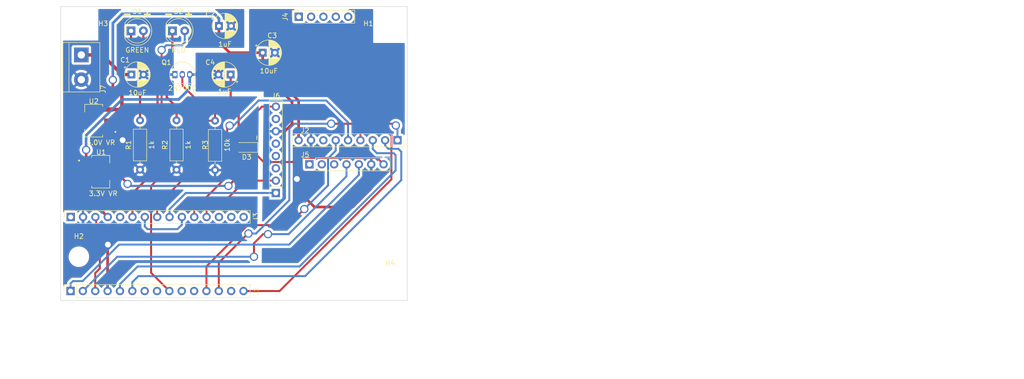
<source format=kicad_pcb>
(kicad_pcb (version 20211014) (generator pcbnew)
  (title_block (date "2022-05-27"))
  (layers (0 "F.Cu" signal) (31 "B.Cu" signal) (34 "B.Paste" user) (35 "F.Paste" user) (36 "B.SilkS" user "B.Silkscreen") (37 "F.SilkS" user "F.Silkscreen") (38 "B.Mask" user) (39 "F.Mask" user) (44 "Edge.Cuts" user))
  (net 0 "")
  (net 1 "/6V")
  (net 2 "GND")
  (net 3 "/5V")
  (net 4 "/MOSFET_GND")
  (net 5 "/3.3V")
  (net 6 "Net-(D1-Pad1)")
  (net 7 "LED_VERDE")
  (net 8 "Net-(D2-Pad1)")
  (net 9 "LED_ROJO")
  (net 10 "/3V")
  (net 11 "SCL")
  (net 12 "SDA")
  (net 13 "NRESET")
  (net 14 "MOSI")
  (net 15 "NSS")
  (net 20 "G0")
  (net 21 "RFM9x RST")
  (net 23 "MISO")
  (net 24 "SCK")
  (net 28 "Net-(J3-Pad10)")
  (net 29 "ENABLE")
  (net 30 "VGAS")
  (net 31 "VREF")
  (footprint "Connector_PinSocket_2.54mm:PinSocket_1x15_P2.54mm_Vertical" (layer "F.Cu") (at 81.788 115.062 90)
    (fp_text reference "J1" (at 0 38.1 90) (layer "F.SilkS"))
    (fp_text value "Conn_01x15_Female")
    (pad "1" thru_hole rect locked (at 0 0 90) (size 1.7 1.7) (drill 1) (layers *.Cu *.Mask) (net 11 "SCL"))
    (pad "2" thru_hole oval locked (at 0 2.54 90) (size 1.7 1.7) (drill 1) (layers *.Cu *.Mask) (net 12 "SDA"))
    (pad "3" thru_hole oval locked (at 0 5.08 90) (size 1.7 1.7) (drill 1) (layers *.Cu *.Mask) (net 13 "NRESET"))
    (pad "4" thru_hole oval locked (at 0 7.62 90) (size 1.7 1.7) (drill 1) (layers *.Cu *.Mask) (net 2 "GND"))
    (pad "5" thru_hole oval locked (at 0 10.16 90) (size 1.7 1.7) (drill 1) (layers *.Cu *.Mask) (net 14 "MOSI"))
    (pad "6" thru_hole oval locked (at 0 12.7 90) (size 1.7 1.7) (drill 1) (layers *.Cu *.Mask) (net 15 "NSS"))
    (pad "7" thru_hole oval locked (at 0 15.24 90) (size 1.7 1.7) (drill 1) (layers *.Cu *.Mask))
    (pad "8" thru_hole oval locked (at 0 17.78 90) (size 1.7 1.7) (drill 1) (layers *.Cu *.Mask))
    (pad "9" thru_hole oval locked (at 0 20.32 90) (size 1.7 1.7) (drill 1) (layers *.Cu *.Mask) (net 9 "LED_ROJO"))
    (pad "10" thru_hole oval locked (at 0 22.86 90) (size 1.7 1.7) (drill 1) (layers *.Cu *.Mask))
    (pad "11" thru_hole oval locked (at 0 25.4 90) (size 1.7 1.7) (drill 1) (layers *.Cu *.Mask))
    (pad "12" thru_hole oval locked (at 0 27.94 90) (size 1.7 1.7) (drill 1) (layers *.Cu *.Mask) (net 20 "G0"))
    (pad "13" thru_hole oval locked (at 0 30.48 90) (size 1.7 1.7) (drill 1) (layers *.Cu *.Mask) (net 21 "RFM9x RST"))
    (pad "14" thru_hole oval locked (at 0 33.02 90) (size 1.7 1.7) (drill 1) (layers *.Cu *.Mask))
    (pad "15" thru_hole oval locked (at 0 35.56 90) (size 1.7 1.7) (drill 1) (layers *.Cu *.Mask) (net 23 "MISO"))
  )
  (footprint "Connector_PinSocket_2.54mm:PinSocket_1x05_P2.54mm_Vertical" (layer "F.Cu") (at 128.7 58.6 90)
    (fp_text reference "J4" (at 0 -2.77 90) (layer "F.SilkS"))
    (fp_text value "Conn_01x05_Female")
    (pad "1" thru_hole rect locked (at 0 0 90) (size 1.7 1.7) (drill 1) (layers *.Cu *.Mask))
    (pad "2" thru_hole oval locked (at 0 2.54 90) (size 1.7 1.7) (drill 1) (layers *.Cu *.Mask))
    (pad "3" thru_hole oval locked (at 0 5.08 90) (size 1.7 1.7) (drill 1) (layers *.Cu *.Mask))
    (pad "4" thru_hole oval locked (at 0 7.62 90) (size 1.7 1.7) (drill 1) (layers *.Cu *.Mask))
    (pad "5" thru_hole oval locked (at 0 10.16 90) (size 1.7 1.7) (drill 1) (layers *.Cu *.Mask))
  )
  (footprint "Connector_PinSocket_2.54mm:PinSocket_1x08_P2.54mm_Vertical" (layer "F.Cu") (at 124 94.875 180)
    (fp_text reference "J6" (at 0 20) (layer "F.SilkS"))
    (fp_text value "Conn_01x08_Female")
    (pad "1" thru_hole rect locked (at 0 0 180) (size 1.7 1.7) (drill 1) (layers *.Cu *.Mask) (net 30 "VGAS"))
    (pad "2" thru_hole oval locked (at 0 2.54 180) (size 1.7 1.7) (drill 1) (layers *.Cu *.Mask) (net 31 "VREF"))
    (pad "3" thru_hole oval locked (at 0 5.08 180) (size 1.7 1.7) (drill 1) (layers *.Cu *.Mask))
    (pad "4" thru_hole oval locked (at 0 7.62 180) (size 1.7 1.7) (drill 1) (layers *.Cu *.Mask))
    (pad "5" thru_hole oval locked (at 0 10.16 180) (size 1.7 1.7) (drill 1) (layers *.Cu *.Mask))
    (pad "6" thru_hole oval locked (at 0 12.7 180) (size 1.7 1.7) (drill 1) (layers *.Cu *.Mask) (net 4 "/MOSFET_GND"))
    (pad "7" thru_hole oval locked (at 0 15.24 180) (size 1.7 1.7) (drill 1) (layers *.Cu *.Mask))
    (pad "8" thru_hole oval locked (at 0 17.78 180) (size 1.7 1.7) (drill 1) (layers *.Cu *.Mask) (net 10 "/3V"))
  )
  (footprint "Resistor_THT:R_Axial_DIN0207_L6.3mm_D2.5mm_P10.16mm_Horizontal" (layer "F.Cu") (at 111.5 80 -90)
    (fp_text reference "R3" (at 5 2 90) (layer "F.SilkS"))
    (fp_text value "10k" (at 5 -2.5 90) (layer "F.SilkS"))
    (pad "1" thru_hole circle locked (at 0 0 270) (size 1.6 1.6) (drill 0.8) (layers *.Cu *.Mask) (net 29 "ENABLE"))
    (pad "2" thru_hole oval locked (at 10.16 0 270) (size 1.6 1.6) (drill 0.8) (layers *.Cu *.Mask) (net 2 "GND"))
  )
  (footprint "MountingHole:MountingHole_3.2mm_M3" (layer "F.Cu") (at 147.5 60)
    (fp_text reference "H1" (at -4.5 0) (layer "F.SilkS"))
    (fp_text value "MountingHole")
    (pad "" np_thru_hole circle locked (at 0 0) (size 3.2 3.2) (drill 3.2) (layers *.Cu *.Mask))
  )
  (footprint "Resistor_THT:R_Axial_DIN0207_L6.3mm_D2.5mm_P10.16mm_Horizontal" (layer "F.Cu") (at 96.08 90.08 90)
    (fp_text reference "R1" (at 5.08 -2.37 90) (layer "F.SilkS"))
    (fp_text value "1k" (at 5.08 2.37 90) (layer "F.SilkS"))
    (pad "1" thru_hole circle locked (at 0 0 90) (size 1.6 1.6) (drill 0.8) (layers *.Cu *.Mask) (net 2 "GND"))
    (pad "2" thru_hole oval locked (at 10.16 0 90) (size 1.6 1.6) (drill 0.8) (layers *.Cu *.Mask) (net 6 "Net-(D1-Pad1)"))
  )
  (footprint "Capacitor_THT:CP_Radial_D5.0mm_P2.50mm" (layer "F.Cu") (at 114.705113 70.5 180)
    (fp_text reference "C4" (at 4.205113 2.5) (layer "F.SilkS"))
    (fp_text value "1uF" (at 1.25 -3.5) (layer "F.SilkS"))
    (pad "1" thru_hole rect locked (at 0 0 180) (size 1.6 1.6) (drill 0.8) (layers *.Cu *.Mask) (net 5 "/3.3V"))
    (pad "2" thru_hole circle locked (at 2.5 0 180) (size 1.6 1.6) (drill 0.8) (layers *.Cu *.Mask) (net 4 "/MOSFET_GND"))
  )
  (footprint "Connector_PinSocket_2.54mm:PinSocket_1x07_P2.54mm_Vertical" (layer "F.Cu") (at 130.9 88.975 90)
    (fp_text reference "J5" (at 1.975 -0.9 180) (layer "F.SilkS"))
    (fp_text value "Conn_01x07_Female")
    (pad "1" thru_hole rect locked (at 0 0 90) (size 1.7 1.7) (drill 1) (layers *.Cu *.Mask))
    (pad "2" thru_hole oval locked (at 0 2.54 90) (size 1.7 1.7) (drill 1) (layers *.Cu *.Mask))
    (pad "3" thru_hole oval locked (at 0 5.08 90) (size 1.7 1.7) (drill 1) (layers *.Cu *.Mask))
    (pad "4" thru_hole oval locked (at 0 7.62 90) (size 1.7 1.7) (drill 1) (layers *.Cu *.Mask) (net 12 "SDA"))
    (pad "5" thru_hole oval locked (at 0 10.16 90) (size 1.7 1.7) (drill 1) (layers *.Cu *.Mask) (net 11 "SCL"))
    (pad "6" thru_hole oval locked (at 0 12.7 90) (size 1.7 1.7) (drill 1) (layers *.Cu *.Mask) (net 4 "/MOSFET_GND"))
    (pad "7" thru_hole oval locked (at 0 15.24 90) (size 1.7 1.7) (drill 1) (layers *.Cu *.Mask) (net 10 "/3V"))
  )
  (footprint "MountingHole:MountingHole_3.2mm_M3" (layer "F.Cu") (at 83.5 108)
    (fp_text reference "H2" (at 0 -4.2) (layer "F.SilkS"))
    (fp_text value "MountingHole")
    (pad "" np_thru_hole circle locked (at 0 0) (size 3.2 3.2) (drill 3.2) (layers *.Cu *.Mask))
  )
  (footprint "TerminalBlock:TerminalBlock_bornier-2_P5.08mm" (layer "F.Cu") (at 84 66.46 -90)
    (fp_text reference "J7" (at 7.04 -4.5 90) (layer "F.SilkS"))
    (fp_text value "Screw_Terminal_01x02")
    (pad "1" thru_hole rect locked (at 0 0 270) (size 3 3) (drill 1.52) (layers *.Cu *.Mask) (net 1 "/6V"))
    (pad "2" thru_hole circle locked (at 5.08 0 270) (size 3 3) (drill 1.52) (layers *.Cu *.Mask) (net 2 "GND"))
  )
  (footprint "Package_TO_SOT_THT:TO-92_Inline" (layer "F.Cu") (at 103.5 70.5)
    (fp_text reference "Q1" (at -2 -2.5) (layer "F.SilkS"))
    (fp_text value "2N7000" (at 1.27 2.79) (layer "F.SilkS"))
    (pad "1" thru_hole rect (at -0.254 0) (size 1.05 1.5) (drill 0.75) (layers *.Cu *.Mask) (net 2 "GND"))
    (pad "2" thru_hole oval (at 1.27 0) (size 1.05 1.5) (drill 0.75) (layers *.Cu *.Mask) (net 29 "ENABLE"))
    (pad "3" thru_hole oval (at 2.794 0) (size 1.05 1.5) (drill 0.75) (layers *.Cu *.Mask) (net 4 "/MOSFET_GND"))
  )
  (footprint "Capacitor_THT:CP_Radial_D5.0mm_P2.50mm" (layer "F.Cu") (at 94.294888 70.5)
    (fp_text reference "C1" (at -1.294888 -3) (layer "F.SilkS"))
    (fp_text value "10uF" (at 1.25 3.75) (layer "F.SilkS"))
    (pad "1" thru_hole rect locked (at 0 0) (size 1.6 1.6) (drill 0.8) (layers *.Cu *.Mask) (net 1 "/6V"))
    (pad "2" thru_hole circle locked (at 2.5 0) (size 1.6 1.6) (drill 0.8) (layers *.Cu *.Mask) (net 2 "GND"))
  )
  (footprint "Capacitor_THT:CP_Radial_D5.0mm_P2.50mm" (layer "F.Cu") (at 112.294888 60.5)
    (fp_text reference "C2" (at -1.794888 -2.5) (layer "F.SilkS"))
    (fp_text value "1uF" (at 1.25 3.75) (layer "F.SilkS"))
    (pad "1" thru_hole rect locked (at 0 0) (size 1.6 1.6) (drill 0.8) (layers *.Cu *.Mask) (net 3 "/5V"))
    (pad "2" thru_hole circle locked (at 2.5 0) (size 1.6 1.6) (drill 0.8) (layers *.Cu *.Mask) (net 2 "GND"))
  )
  (footprint "Connector_PinSocket_2.54mm:PinSocket_1x15_P2.54mm_Vertical" (layer "F.Cu") (at 81.818 99.822 90)
    (fp_text reference "J3" (at 0 38.07 90) (layer "F.SilkS"))
    (fp_text value "Conn_01x15_Female")
    (pad "1" thru_hole rect locked (at 0 0 90) (size 1.7 1.7) (drill 1) (layers *.Cu *.Mask))
    (pad "2" thru_hole oval locked (at 0 2.54 90) (size 1.7 1.7) (drill 1) (layers *.Cu *.Mask) (net 2 "GND"))
    (pad "3" thru_hole oval locked (at 0 5.08 90) (size 1.7 1.7) (drill 1) (layers *.Cu *.Mask) (net 13 "NRESET"))
    (pad "4" thru_hole oval locked (at 0 7.62 90) (size 1.7 1.7) (drill 1) (layers *.Cu *.Mask) (net 3 "/5V"))
    (pad "5" thru_hole oval locked (at 0 10.16 90) (size 1.7 1.7) (drill 1) (layers *.Cu *.Mask))
    (pad "6" thru_hole oval locked (at 0 12.7 90) (size 1.7 1.7) (drill 1) (layers *.Cu *.Mask) (net 7 "LED_VERDE"))
    (pad "7" thru_hole oval locked (at 0 15.24 90) (size 1.7 1.7) (drill 1) (layers *.Cu *.Mask) (net 28 "Net-(J3-Pad10)"))
    (pad "8" thru_hole oval locked (at 0 17.78 90) (size 1.7 1.7) (drill 1) (layers *.Cu *.Mask) (net 29 "ENABLE"))
    (pad "9" thru_hole oval locked (at 0 20.32 90) (size 1.7 1.7) (drill 1) (layers *.Cu *.Mask) (net 30 "VGAS"))
    (pad "10" thru_hole oval locked (at 0 22.86 90) (size 1.7 1.7) (drill 1) (layers *.Cu *.Mask) (net 28 "Net-(J3-Pad10)"))
    (pad "11" thru_hole oval locked (at 0 25.4 90) (size 1.7 1.7) (drill 1) (layers *.Cu *.Mask) (net 24 "SCK"))
    (pad "12" thru_hole oval locked (at 0 27.94 90) (size 1.7 1.7) (drill 1) (layers *.Cu *.Mask) (net 31 "VREF"))
    (pad "13" thru_hole oval locked (at 0 30.48 90) (size 1.7 1.7) (drill 1) (layers *.Cu *.Mask))
    (pad "14" thru_hole oval locked (at 0 33.02 90) (size 1.7 1.7) (drill 1) (layers *.Cu *.Mask))
    (pad "15" thru_hole oval locked (at 0 35.56 90) (size 1.7 1.7) (drill 1) (layers *.Cu *.Mask))
  )
  (footprint "Diode_SMD:D_SOD-123" (layer "F.Cu") (at 118 85.5 180)
    (fp_text reference "D3" (at 0 -2) (layer "F.SilkS"))
    (fp_text value "MBR0520")
    (pad "1" smd rect locked (at -1.65 0 180) (size 0.9 1.2) (layers "F.Cu" "F.Paste" "F.Mask") (net 10 "/3V"))
    (pad "2" smd rect locked (at 1.65 0 180) (size 0.9 1.2) (layers "F.Cu" "F.Paste" "F.Mask") (net 5 "/3.3V"))
  )
  (footprint "LED_THT:LED_D5.0mm" (layer "F.Cu") (at 94.225 61.5)
    (fp_text reference "D1" (at 1.275 -4) (layer "F.SilkS"))
    (fp_text value "GREEN" (at 1.27 3.96) (layer "F.SilkS"))
    (pad "1" thru_hole rect locked (at 0 0) (size 1.8 1.8) (drill 0.9) (layers *.Cu *.Mask) (net 6 "Net-(D1-Pad1)"))
    (pad "2" thru_hole circle locked (at 2.54 0) (size 1.8 1.8) (drill 0.9) (layers *.Cu *.Mask) (net 7 "LED_VERDE"))
  )
  (footprint "MountingHole:MountingHole_3.2mm_M3" (layer "F.Cu") (at 147.5 113.5)
    (fp_text reference "H4" (at 0 -4.2) (layer "F.SilkS"))
    (fp_text value "MountingHole")
    (pad "" np_thru_hole circle locked (at 0 0) (size 3.2 3.2) (drill 3.2) (layers *.Cu *.Mask))
  )
  (footprint "Resistor_THT:R_Axial_DIN0207_L6.3mm_D2.5mm_P10.16mm_Horizontal" (layer "F.Cu") (at 103.58 90.08 90)
    (fp_text reference "R2" (at 5.08 -2.37 90) (layer "F.SilkS"))
    (fp_text value "1k" (at 5.08 2.37 90) (layer "F.SilkS"))
    (pad "1" thru_hole circle locked (at 0 0 90) (size 1.6 1.6) (drill 0.8) (layers *.Cu *.Mask) (net 2 "GND"))
    (pad "2" thru_hole oval locked (at 10.16 0 90) (size 1.6 1.6) (drill 0.8) (layers *.Cu *.Mask) (net 8 "Net-(D2-Pad1)"))
  )
  (footprint "Connector_PinSocket_2.54mm:PinSocket_1x09_P2.54mm_Vertical" (layer "F.Cu") (at 149 84.025 -90)
    (fp_text reference "J2" (at -2.025 19 180) (layer "F.SilkS"))
    (fp_text value "Conn_01x09_Female")
    (pad "1" thru_hole rect locked (at 0 0 270) (size 1.7 1.7) (drill 1) (layers *.Cu *.Mask) (net 21 "RFM9x RST"))
    (pad "2" thru_hole oval locked (at 0 2.54 270) (size 1.7 1.7) (drill 1) (layers *.Cu *.Mask) (net 15 "NSS"))
    (pad "3" thru_hole oval locked (at 0 5.08 270) (size 1.7 1.7) (drill 1) (layers *.Cu *.Mask) (net 14 "MOSI"))
    (pad "4" thru_hole oval locked (at 0 7.62 270) (size 1.7 1.7) (drill 1) (layers *.Cu *.Mask) (net 23 "MISO"))
    (pad "5" thru_hole oval locked (at 0 10.16 270) (size 1.7 1.7) (drill 1) (layers *.Cu *.Mask) (net 24 "SCK"))
    (pad "6" thru_hole oval locked (at 0 12.7 270) (size 1.7 1.7) (drill 1) (layers *.Cu *.Mask) (net 20 "G0"))
    (pad "7" thru_hole oval locked (at 0 15.24 270) (size 1.7 1.7) (drill 1) (layers *.Cu *.Mask))
    (pad "8" thru_hole oval locked (at 0 17.78 270) (size 1.7 1.7) (drill 1) (layers *.Cu *.Mask) (net 4 "/MOSFET_GND"))
    (pad "9" thru_hole oval locked (at 0 20.32 270) (size 1.7 1.7) (drill 1) (layers *.Cu *.Mask) (net 3 "/5V"))
  )
  (footprint "LED_THT:LED_D5.0mm" (layer "F.Cu") (at 102.725 61.5)
    (fp_text reference "D2" (at 1.275 -4) (layer "F.SilkS"))
    (fp_text value "RED" (at 1.27 3.96) (layer "F.SilkS"))
    (pad "1" thru_hole rect locked (at 0 0) (size 1.8 1.8) (drill 0.9) (layers *.Cu *.Mask) (net 8 "Net-(D2-Pad1)"))
    (pad "2" thru_hole circle locked (at 2.54 0) (size 1.8 1.8) (drill 0.9) (layers *.Cu *.Mask) (net 9 "LED_ROJO"))
  )
  (footprint "AZ1117EH-5.0TRG1 Voltage Regultator:SOT230P700X180-4N" (layer "F.Cu") (at 86.558 80 180)
    (fp_text reference "U2" (at 0 4) (layer "F.SilkS") (effects (font (size 1.000803 1.000803))))
    (fp_text value "5.0V VR" (at -1.442 -4.5) (layer "F.SilkS") (effects (font (size 1.000827 1.000827))))
    (pad "1" smd rect locked (at -3.075 -2.3) (size 1.86 0.9) (layers "F.Cu" "F.Paste" "F.Mask") (net 2 "GND"))
    (pad "2" smd rect locked (at -3.075 0) (size 1.86 0.9) (layers "F.Cu" "F.Paste" "F.Mask"))
    (pad "3" smd rect locked (at -3.075 2.3) (size 1.86 0.9) (layers "F.Cu" "F.Paste" "F.Mask") (net 1 "/6V"))
    (pad "4" smd rect locked (at 3.075 0 180) (size 1.86 3.19) (layers "F.Cu" "F.Paste" "F.Mask") (net 3 "/5V"))
  )
  (footprint "Capacitor_THT:CP_Radial_D5.0mm_P2.50mm" (layer "F.Cu") (at 121.294888 66)
    (fp_text reference "C3" (at 1.945912 -3.516) (layer "F.SilkS"))
    (fp_text value "10uF" (at 1.25 3.75) (layer "F.SilkS"))
    (pad "1" thru_hole rect locked (at 0 0) (size 1.6 1.6) (drill 0.8) (layers *.Cu *.Mask) (net 3 "/5V"))
    (pad "2" thru_hole circle locked (at 2.5 0) (size 1.6 1.6) (drill 0.8) (layers *.Cu *.Mask) (net 4 "/MOSFET_GND"))
  )
  (footprint "MountingHole:MountingHole_3.2mm_M3" (layer "F.Cu") (at 83.5 60)
    (fp_text reference "H3" (at 5 0) (layer "F.SilkS"))
    (fp_text value "MountingHole")
    (pad "" np_thru_hole circle locked (at 0 0) (size 3.2 3.2) (drill 3.2) (layers *.Cu *.Mask))
  )
  (footprint "AZ1117EH-3.3TRG1 Voltage Regulator:SOT230P700X180-4N" (layer "F.Cu") (at 88 90.5)
    (fp_text reference "U1" (at 0.075 -4) (layer "F.SilkS") (effects (font (size 1.000803 1.000803))))
    (fp_text value "3.3V VR" (at 0.5 4.5 180) (layer "F.SilkS") (effects (font (size 1.000827 1.000827))))
    (pad "1" smd rect locked (at -3.075 -2.3 180) (size 1.86 0.9) (layers "F.Cu" "F.Paste" "F.Mask") (net 4 "/MOSFET_GND"))
    (pad "2" smd rect locked (at -3.075 0 180) (size 1.86 0.9) (layers "F.Cu" "F.Paste" "F.Mask"))
    (pad "3" smd rect locked (at -3.075 2.3 180) (size 1.86 0.9) (layers "F.Cu" "F.Paste" "F.Mask") (net 3 "/5V"))
    (pad "4" smd rect locked (at 3.075 0) (size 1.86 3.19) (layers "F.Cu" "F.Paste" "F.Mask") (net 5 "/3.3V"))
  )
  (gr_line (start 151 117) (end 79.756 117) (layer "Edge.Cuts") (width 0.1))
  (gr_line (start 79.756 56.5) (end 79.756 117) (layer "Edge.Cuts") (width 0.1))
  (gr_line (start 151 56.5) (end 151 117) (layer "Edge.Cuts") (width 0.1))
  (gr_line (start 79.756 56.5) (end 151 56.5) (layer "Edge.Cuts") (width 0.1))
  (gr_text "-" (at 120 83.5 90) (layer "F.SilkS") (effects (font (size 1 1))))
  (gr_text "-  +" (at 95.495 58) (layer "F.SilkS") (effects (font (size 1.5 1.5) (thickness 0.3))))
  (gr_text "-  +" (at 104 58) (layer "F.SilkS") (effects (font (size 1.5 1.5) (thickness 0.3))))
  (segment (start 84 66.46) (end 88.304 66.46) (width 0.7) (layer "F.Cu") (net 1))
  (segment (start 92.344 70.5) (end 94.294888 70.5) (width 0.7) (layer "F.Cu") (net 1))
  (segment (start 92.344 77.1248) (end 92.344 70.5) (width 0.7) (layer "F.Cu") (net 1))
  (segment (start 91.7688 77.7) (end 92.344 77.1248) (width 0.7) (layer "F.Cu") (net 1))
  (segment (start 89.633 77.7) (end 91.7688 77.7) (width 0.7) (layer "F.Cu") (net 1))
  (segment (start 88.304 66.46) (end 92.344 70.5) (width 0.7) (layer "F.Cu") (net 1))
  (segment (start 90.8 82.3) (end 89.633 82.3) (width 0.55) (layer "F.Cu") (net 2))
  (segment (start 92.5 84) (end 90.8 82.3) (width 0.55) (layer "F.Cu") (net 2))
  (segment (start 89.408 105.5508) (end 89.408 115.062) (width 0.55) (layer "F.Cu") (net 2))
  (segment (start 89.4588 105.5) (end 89.408 105.5508) (width 0.55) (layer "F.Cu") (net 2))
  (via (at 92.5 84) (size 1.7) (drill 1.2) (layers "F.Cu" "B.Cu") (net 2))
  (via (at 89.4588 105.5) (size 1.7) (drill 1.2) (layers "F.Cu" "B.Cu") (net 2))
  (segment (start 85.0392 103.5558) (end 84.358 102.8746) (width 0.55) (layer "B.Cu") (net 2))
  (segment (start 87.757 103.5558) (end 85.0392 103.5558) (width 0.55) (layer "B.Cu") (net 2))
  (segment (start 103.5 70.5) (end 96.794888 70.5) (width 0.55) (layer "B.Cu") (net 2))
  (segment (start 89.4588 105.5) (end 89.4588 105.2576) (width 0.55) (layer "B.Cu") (net 2))
  (segment (start 89.4588 105.2576) (end 87.757 103.5558) (width 0.55) (layer "B.Cu") (net 2))
  (segment (start 84.358 102.8746) (end 84.358 99.822) (width 0.55) (layer "B.Cu") (net 2))
  (segment (start 112.294888 63.806288) (end 112.294888 60.5) (width 0.55) (layer "F.Cu") (net 3))
  (segment (start 90.484736 74.056464) (end 89.7382 74.803) (width 0.55) (layer "F.Cu") (net 3))
  (segment (start 128.68 75.8734) (end 121.294888 68.488288) (width 0.55) (layer "F.Cu") (net 3))
  (segment (start 128.68 84.025) (end 128.68 75.8734) (width 0.55) (layer "F.Cu") (net 3))
  (segment (start 89.438 99.822) (end 84.925 95.309) (width 0.55) (layer "F.Cu") (net 3))
  (segment (start 121.294888 66) (end 114.4886 66) (width 0.55) (layer "F.Cu") (net 3))
  (segment (start 84.925 92.8) (end 83.8 92.8) (width 0.55) (layer "F.Cu") (net 3))
  (segment (start 82 91) (end 82 83.5) (width 0.55) (layer "F.Cu") (net 3))
  (segment (start 83.483 82.017) (end 83.483 80) (width 0.55) (layer "F.Cu") (net 3))
  (segment (start 89.7382 74.803) (end 85.197 74.803) (width 0.55) (layer "F.Cu") (net 3))
  (segment (start 90.484736 71.6026) (end 90.484736 74.056464) (width 0.55) (layer "F.Cu") (net 3))
  (segment (start 84.925 95.309) (end 84.925 92.8) (width 0.55) (layer "F.Cu") (net 3))
  (segment (start 83.483 76.517) (end 83.483 80) (width 0.55) (layer "F.Cu") (net 3))
  (segment (start 121.294888 68.488288) (end 121.294888 66) (width 0.55) (layer "F.Cu") (net 3))
  (segment (start 83.8 92.8) (end 82 91) (width 0.55) (layer "F.Cu") (net 3))
  (segment (start 85.197 74.803) (end 83.483 76.517) (width 0.55) (layer "F.Cu") (net 3))
  (segment (start 114.4886 66) (end 112.294888 63.806288) (width 0.55) (layer "F.Cu") (net 3))
  (segment (start 82 83.5) (end 83.483 82.017) (width 0.55) (layer "F.Cu") (net 3))
  (via (at 90.484736 71.6026) (size 1.7) (drill 1.2) (layers "F.Cu" "B.Cu") (net 3))
  (segment (start 112.294888 58.954888) (end 112.294888 60.5) (width 0.55) (layer "B.Cu") (net 3))
  (segment (start 111.34 58) (end 112.294888 58.954888) (width 0.55) (layer "B.Cu") (net 3))
  (segment (start 90.484736 71.6026) (end 90.484736 59.908664) (width 0.55) (layer "B.Cu") (net 3))
  (segment (start 90.484736 59.908664) (end 92.3934 58) (width 0.55) (layer "B.Cu") (net 3))
  (segment (start 92.3934 58) (end 111.34 58) (width 0.55) (layer "B.Cu") (net 3))
  (segment (start 127.3302 80.6704) (end 127.3302 76.1238) (width 0.55) (layer "F.Cu") (net 4))
  (segment (start 113.3094 67.183) (end 112.205113 68.287287) (width 0.55) (layer "F.Cu") (net 4))
  (segment (start 131.9276 97.7646) (end 139.8016 97.7646) (width 0.55) (layer "F.Cu") (net 4))
  (segment (start 112.205113 68.287287) (end 112.205113 70.5) (width 0.55) (layer "F.Cu") (net 4))
  (segment (start 128.3208 94.1578) (end 131.9276 97.7646) (width 0.55) (layer "F.Cu") (net 4))
  (segment (start 143.6 93.9662) (end 143.6 88.975) (width 0.55) (layer "F.Cu") (net 4))
  (segment (start 85 86) (end 85 88.125) (width 0.55) (layer "F.Cu") (net 4))
  (segment (start 127.3302 76.1238) (end 118.3894 67.183) (width 0.55) (layer "F.Cu") (net 4))
  (segment (start 128.3208 92) (end 128.3208 94.1578) (width 0.55) (layer "F.Cu") (net 4))
  (segment (start 118.3894 67.183) (end 113.3094 67.183) (width 0.55) (layer "F.Cu") (net 4))
  (segment (start 124 82.175) (end 125.8256 82.175) (width 0.55) (layer "F.Cu") (net 4))
  (segment (start 85 88.125) (end 84.925 88.2) (width 0.55) (layer "F.Cu") (net 4))
  (segment (start 125.8256 82.175) (end 127.3302 80.6704) (width 0.55) (layer "F.Cu") (net 4))
  (segment (start 139.8016 97.7646) (end 143.6 93.9662) (width 0.55) (layer "F.Cu") (net 4))
  (via (at 85 86) (size 1.7) (drill 1.2) (layers "F.Cu" "B.Cu") (net 4))
  (via (at 128.3208 92) (size 1.7) (drill 1.2) (layers "F.Cu" "B.Cu") (net 4))
  (segment (start 104.0384 75.6158) (end 106.294 73.3602) (width 0.55) (layer "B.Cu") (net 4))
  (segment (start 131.22 85.5436) (end 131.22 84.025) (width 0.55) (layer "B.Cu") (net 4))
  (segment (start 128.3208 92) (end 128.3208 86.9188) (width 0.55) (layer "B.Cu") (net 4))
  (segment (start 106.294 70.5) (end 112.205113 70.5) (width 0.55) (layer "B.Cu") (net 4))
  (segment (start 128.3208 86.9188) (end 128.905 86.3346) (width 0.55) (layer "B.Cu") (net 4))
  (segment (start 85 86) (end 85 83) (width 0.55) (layer "B.Cu") (net 4))
  (segment (start 130.429 86.3346) (end 131.22 85.5436) (width 0.55) (layer "B.Cu") (net 4))
  (segment (start 106.294 73.3602) (end 106.294 70.5) (width 0.55) (layer "B.Cu") (net 4))
  (segment (start 128.905 86.3346) (end 130.429 86.3346) (width 0.55) (layer "B.Cu") (net 4))
  (segment (start 85 83) (end 92.3842 75.6158) (width 0.55) (layer "B.Cu") (net 4))
  (segment (start 92.3842 75.6158) (end 104.0384 75.6158) (width 0.55) (layer "B.Cu") (net 4))
  (segment (start 93.5 92.925) (end 91.075 90.5) (width 0.45) (layer "F.Cu") (net 5))
  (segment (start 93.5 93) (end 93.5 92.925) (width 0.45) (layer "F.Cu") (net 5))
  (segment (start 116.35 78.35) (end 116.35 85.5) (width 0.45) (layer "F.Cu") (net 5))
  (segment (start 114.705113 70.5) (end 114.705113 76.705113) (width 0.45) (layer "F.Cu") (net 5))
  (segment (start 114.705113 76.705113) (end 116.35 78.35) (width 0.45) (layer "F.Cu") (net 5))
  (segment (start 116.35 91.3204) (end 114.2492 93.4212) (width 0.45) (layer "F.Cu") (net 5))
  (segment (start 116.35 85.5) (end 116.35 91.3204) (width 0.45) (layer "F.Cu") (net 5))
  (via (at 114.2492 93.4212) (size 1.7) (drill 1.2) (layers "F.Cu" "B.Cu") (net 5))
  (via (at 93.5 93) (size 1.7) (drill 1.2) (layers "F.Cu" "B.Cu") (net 5))
  (segment (start 93.5 93) (end 93.9212 93.4212) (width 0.45) (layer "B.Cu") (net 5))
  (segment (start 93.9212 93.4212) (end 114.2492 93.4212) (width 0.45) (layer "B.Cu") (net 5))
  (segment (start 94.225 64.4562) (end 94.225 61.5) (width 0.45) (layer "F.Cu") (net 6))
  (segment (start 96.08 74.862) (end 98.806 72.136) (width 0.45) (layer "F.Cu") (net 6))
  (segment (start 98.806 69.0372) (end 94.225 64.4562) (width 0.45) (layer "F.Cu") (net 6))
  (segment (start 96.08 79.92) (end 96.08 74.862) (width 0.45) (layer "F.Cu") (net 6))
  (segment (start 98.806 72.136) (end 98.806 69.0372) (width 0.45) (layer "F.Cu") (net 6))
  (segment (start 94.518 94.9406) (end 94.518 99.822) (width 0.45) (layer "F.Cu") (net 7))
  (segment (start 99.6696 67.818) (end 99.6696 89.789) (width 0.45) (layer "F.Cu") (net 7))
  (segment (start 96.765 64.9134) (end 96.765 61.5) (width 0.45) (layer "F.Cu") (net 7))
  (segment (start 96.765 64.9134) (end 99.6696 67.818) (width 0.45) (layer "F.Cu") (net 7))
  (segment (start 99.6696 89.789) (end 94.518 94.9406) (width 0.45) (layer "F.Cu") (net 7))
  (segment (start 102.725 66.5152) (end 101.5746 67.6656) (width 0.45) (layer "F.Cu") (net 8))
  (segment (start 103.58 77.1894) (end 103.58 79.92) (width 0.45) (layer "F.Cu") (net 8))
  (segment (start 101.5746 75.184) (end 103.58 77.1894) (width 0.45) (layer "F.Cu") (net 8))
  (segment (start 101.5746 67.6656) (end 101.5746 75.184) (width 0.45) (layer "F.Cu") (net 8))
  (segment (start 102.725 66.5152) (end 102.725 61.5) (width 0.45) (layer "F.Cu") (net 8))
  (segment (start 100.5078 91.2622) (end 98.348489 93.421511) (width 0.4) (layer "F.Cu") (net 9))
  (segment (start 100.5078 65.4304) (end 100.5078 91.2622) (width 0.4) (layer "F.Cu") (net 9))
  (segment (start 98.348489 93.421511) (end 98.348489 111.302489) (width 0.4) (layer "F.Cu") (net 9))
  (segment (start 98.348489 111.302489) (end 102.108 115.062) (width 0.4) (layer "F.Cu") (net 9))
  (via (at 100.5078 65.4304) (size 1.7) (drill 1.2) (layers "F.Cu" "B.Cu") (net 9))
  (segment (start 101.473 64.4652) (end 104.6988 64.4652) (width 0.4) (layer "B.Cu") (net 9))
  (segment (start 104.6988 64.4652) (end 105.265 63.899) (width 0.4) (layer "B.Cu") (net 9))
  (segment (start 105.265 63.899) (end 105.265 61.5) (width 0.4) (layer "B.Cu") (net 9))
  (segment (start 100.5078 65.4304) (end 101.473 64.4652) (width 0.4) (layer "B.Cu") (net 9))
  (segment (start 119.65 86.6554) (end 121.499111 88.504511) (width 0.4) (layer "F.Cu") (net 10))
  (segment (start 124 77.095) (end 121.152 77.095) (width 0.4) (layer "F.Cu") (net 10))
  (segment (start 144.8204 87.6554) (end 146.14 88.975) (width 0.4) (layer "F.Cu") (net 10))
  (segment (start 121.152 77.095) (end 119.65 78.597) (width 0.4) (layer "F.Cu") (net 10))
  (segment (start 119.65 85.5) (end 119.65 86.6554) (width 0.4) (layer "F.Cu") (net 10))
  (segment (start 119.65 78.597) (end 119.65 85.5) (width 0.4) (layer "F.Cu") (net 10))
  (segment (start 127.418787 88.504511) (end 128.267898 87.6554) (width 0.4) (layer "F.Cu") (net 10))
  (segment (start 121.499111 88.504511) (end 127.418787 88.504511) (width 0.4) (layer "F.Cu") (net 10))
  (segment (start 128.267898 87.6554) (end 144.8204 87.6554) (width 0.4) (layer "F.Cu") (net 10))
  (segment (start 126.7322 105.5) (end 141.06 91.1722) (width 0.4) (layer "B.Cu") (net 11))
  (segment (start 91.7818 105.5) (end 126.7322 105.5) (width 0.4) (layer "B.Cu") (net 11))
  (segment (start 141.06 91.1722) (end 141.06 88.975) (width 0.4) (layer "B.Cu") (net 11))
  (segment (start 81.788 113.5126) (end 82.2706 113.03) (width 0.4) (layer "B.Cu") (net 11))
  (segment (start 81.788 115.062) (end 81.788 113.5126) (width 0.4) (layer "B.Cu") (net 11))
  (segment (start 84.2518 113.03) (end 91.7818 105.5) (width 0.4) (layer "B.Cu") (net 11))
  (segment (start 82.2706 113.03) (end 84.2518 113.03) (width 0.4) (layer "B.Cu") (net 11))
  (segment (start 119.5 105.2138) (end 121.3612 103.3526) (width 0.4) (layer "F.Cu") (net 12))
  (segment (start 119.5 108) (end 119.5 105.2138) (width 0.4) (layer "F.Cu") (net 12))
  (segment (start 121.3612 103.3526) (end 122.3772 103.3526) (width 0.4) (layer "F.Cu") (net 12))
  (via (at 122.3772 103.3526) (size 1.7) (drill 1.2) (layers "F.Cu" "B.Cu") (net 12))
  (via (at 119.5 108) (size 1.7) (drill 1.2) (layers "F.Cu" "B.Cu") (net 12))
  (segment (start 126.9746 102.997) (end 126.619 103.3526) (width 0.4) (layer "B.Cu") (net 12))
  (segment (start 138.52 91.4516) (end 126.9746 102.997) (width 0.4) (layer "B.Cu") (net 12))
  (segment (start 138.52 88.975) (end 138.52 91.4516) (width 0.4) (layer "B.Cu") (net 12))
  (segment (start 126.619 103.3526) (end 122.3772 103.3526) (width 0.4) (layer "B.Cu") (net 12))
  (segment (start 119.5 108) (end 91.39 108) (width 0.4) (layer "B.Cu") (net 12))
  (segment (start 91.39 108) (end 84.328 115.062) (width 0.4) (layer "B.Cu") (net 12))
  (segment (start 87.0712 103.2002) (end 87.0712 99.9952) (width 0.4) (layer "F.Cu") (net 13))
  (segment (start 87.8078 110.4138) (end 87.8078 103.9368) (width 0.4) (layer "F.Cu") (net 13))
  (segment (start 86.868 111.3536) (end 87.8078 110.4138) (width 0.4) (layer "F.Cu") (net 13))
  (segment (start 87.0712 99.9952) (end 86.898 99.822) (width 0.4) (layer "F.Cu") (net 13))
  (segment (start 87.8078 103.9368) (end 87.0712 103.2002) (width 0.4) (layer "F.Cu") (net 13))
  (segment (start 86.868 115.062) (end 86.868 111.3536) (width 0.4) (layer "F.Cu") (net 13))
  (segment (start 143.92 85.8302) (end 143.92 84.025) (width 0.4) (layer "B.Cu") (net 14))
  (segment (start 95.5876 110) (end 128.8616 110) (width 0.4) (layer "B.Cu") (net 14))
  (segment (start 128.8616 110) (end 148.6154 90.2462) (width 0.4) (layer "B.Cu") (net 14))
  (segment (start 148.6154 87.0712) (end 148.2344 86.6902) (width 0.4) (layer "B.Cu") (net 14))
  (segment (start 148.2344 86.6902) (end 144.78 86.6902) (width 0.4) (layer "B.Cu") (net 14))
  (segment (start 91.948 113.6396) (end 95.5876 110) (width 0.4) (layer "B.Cu") (net 14))
  (segment (start 144.78 86.6902) (end 143.92 85.8302) (width 0.4) (layer "B.Cu") (net 14))
  (segment (start 91.948 115.062) (end 91.948 113.6396) (width 0.4) (layer "B.Cu") (net 14))
  (segment (start 148.6154 90.2462) (end 148.6154 87.0712) (width 0.4) (layer "B.Cu") (net 14))
  (segment (start 149.1742 85.7758) (end 147.1168 85.7758) (width 0.4) (layer "B.Cu") (net 15))
  (segment (start 94.488 113.2332) (end 95.7212 112) (width 0.4) (layer "B.Cu") (net 15))
  (segment (start 149.7838 86.3854) (end 149.1742 85.7758) (width 0.4) (layer "B.Cu") (net 15))
  (segment (start 95.7212 112) (end 130 112) (width 0.4) (layer "B.Cu") (net 15))
  (segment (start 146.46 85.119) (end 146.46 84.025) (width 0.4) (layer "B.Cu") (net 15))
  (segment (start 147.1168 85.7758) (end 146.46 85.119) (width 0.4) (layer "B.Cu") (net 15))
  (segment (start 149.7838 92.2162) (end 149.7838 86.3854) (width 0.4) (layer "B.Cu") (net 15))
  (segment (start 94.488 115.062) (end 94.488 113.2332) (width 0.4) (layer "B.Cu") (net 15))
  (segment (start 130 112) (end 149.7838 92.2162) (width 0.4) (layer "B.Cu") (net 15))
  (segment (start 109.728 109.982) (end 118.21 101.5) (width 0.4) (layer "F.Cu") (net 20))
  (segment (start 118.21 101.5) (end 126.5412 101.5) (width 0.4) (layer "F.Cu") (net 20))
  (segment (start 126.5412 101.5) (end 129.8448 98.1964) (width 0.4) (layer "F.Cu") (net 20))
  (segment (start 109.728 115.062) (end 109.728 109.982) (width 0.4) (layer "F.Cu") (net 20))
  (via (at 129.8448 98.1964) (size 1.7) (drill 1.2) (layers "F.Cu" "B.Cu") (net 20))
  (segment (start 134.730489 87.748111) (end 136.3 86.1786) (width 0.4) (layer "B.Cu") (net 20))
  (segment (start 134.730489 93.310711) (end 134.730489 87.748111) (width 0.4) (layer "B.Cu") (net 20))
  (segment (start 136.3 86.1786) (end 136.3 84.025) (width 0.4) (layer "B.Cu") (net 20))
  (segment (start 129.8448 98.1964) (end 134.730489 93.310711) (width 0.4) (layer "B.Cu") (net 20))
  (segment (start 148.3106 80.6196) (end 148.6662 80.9752) (width 0.4) (layer "F.Cu") (net 21))
  (segment (start 118.2624 103.2256) (end 112.268 109.22) (width 0.4) (layer "F.Cu") (net 21))
  (segment (start 112.268 109.22) (end 112.268 115.062) (width 0.4) (layer "F.Cu") (net 21))
  (segment (start 135.382 80.6196) (end 148.3106 80.6196) (width 0.4) (layer "F.Cu") (net 21))
  (segment (start 118.364 103.2256) (end 118.2624 103.2256) (width 0.4) (layer "F.Cu") (net 21))
  (via (at 135.382 80.6196) (size 1.7) (drill 1.2) (layers "F.Cu" "B.Cu") (net 21))
  (via (at 118.364 103.2256) (size 1.7) (drill 1.2) (layers "F.Cu" "B.Cu") (net 21))
  (via (at 148.6662 80.9752) (size 1.7) (drill 1.2) (layers "F.Cu" "B.Cu") (net 21))
  (segment (start 119.9134 103.2256) (end 126.7714 96.3676) (width 0.4) (layer "B.Cu") (net 21))
  (segment (start 126.7714 96.3676) (end 126.7714 81.6356) (width 0.4) (layer "B.Cu") (net 21))
  (segment (start 118.364 103.2256) (end 119.9134 103.2256) (width 0.4) (layer "B.Cu") (net 21))
  (segment (start 148.6662 80.9752) (end 148.9964 81.3054) (width 0.4) (layer "B.Cu") (net 21))
  (segment (start 127.7874 80.6196) (end 135.382 80.6196) (width 0.4) (layer "B.Cu") (net 21))
  (segment (start 148.9964 81.3054) (end 148.9964 84.0214) (width 0.4) (layer "B.Cu") (net 21))
  (segment (start 126.7714 81.6356) (end 127.7874 80.6196) (width 0.4) (layer "B.Cu") (net 21))
  (segment (start 148.9964 84.0214) (end 149 84.025) (width 0.4) (layer "B.Cu") (net 21))
  (segment (start 141.38 84.025) (end 141.38 82.394) (width 0.4) (layer "F.Cu") (net 23))
  (segment (start 124.7648 115.062) (end 117.348 115.062) (width 0.4) (layer "F.Cu") (net 23))
  (segment (start 146.939 82.0928) (end 147.750489 82.904289) (width 0.4) (layer "F.Cu") (net 23))
  (segment (start 147.750489 82.904289) (end 147.750489 92.076311) (width 0.4) (layer "F.Cu") (net 23))
  (segment (start 141.38 82.394) (end 141.6812 82.0928) (width 0.4) (layer "F.Cu") (net 23))
  (segment (start 141.6812 82.0928) (end 146.939 82.0928) (width 0.4) (layer "F.Cu") (net 23))
  (segment (start 147.750489 92.076311) (end 124.7648 115.062) (width 0.4) (layer "F.Cu") (net 23))
  (segment (start 107.218 98.2426) (end 107.218 99.822) (width 0.4) (layer "F.Cu") (net 24))
  (segment (start 113.9952 81.5048) (end 113.9952 91.4654) (width 0.4) (layer "F.Cu") (net 24))
  (segment (start 113.9952 91.4654) (end 107.218 98.2426) (width 0.4) (layer "F.Cu") (net 24))
  (segment (start 114.5 81) (end 113.9952 81.5048) (width 0.4) (layer "F.Cu") (net 24))
  (via (at 114.5 81) (size 1.7) (drill 1.2) (layers "F.Cu" "B.Cu") (net 24))
  (segment (start 115.2912 81) (end 120.445711 75.845489) (width 0.4) (layer "B.Cu") (net 24))
  (segment (start 114.5 81) (end 115.2912 81) (width 0.4) (layer "B.Cu") (net 24))
  (segment (start 134.345489 75.845489) (end 138.84 80.34) (width 0.4) (layer "B.Cu") (net 24))
  (segment (start 120.445711 75.845489) (end 134.345489 75.845489) (width 0.4) (layer "B.Cu") (net 24))
  (segment (start 138.84 80.34) (end 138.84 84.025) (width 0.4) (layer "B.Cu") (net 24))
  (segment (start 103.759 102.3366) (end 97.6122 102.3366) (width 0.4) (layer "B.Cu") (net 28))
  (segment (start 97.058 101.7824) (end 97.058 99.822) (width 0.4) (layer "B.Cu") (net 28))
  (segment (start 97.6122 102.3366) (end 97.058 101.7824) (width 0.4) (layer "B.Cu") (net 28))
  (segment (start 104.678 101.4176) (end 103.759 102.3366) (width 0.4) (layer "B.Cu") (net 28))
  (segment (start 104.678 99.822) (end 104.678 101.4176) (width 0.4) (layer "B.Cu") (net 28))
  (segment (start 109.728 77.6986) (end 111.1758 77.6986) (width 0.4) (layer "F.Cu") (net 29))
  (segment (start 104.77 72.7406) (end 109.728 77.6986) (width 0.4) (layer "F.Cu") (net 29))
  (segment (start 104.77 70.5) (end 104.77 72.7406) (width 0.4) (layer "F.Cu") (net 29))
  (segment (start 111.1758 77.6986) (end 111.5 78.0228) (width 0.4) (layer "F.Cu") (net 29))
  (segment (start 108 81) (end 109 80) (width 0.4) (layer "F.Cu") (net 29))
  (segment (start 99.598 97.402) (end 108 89) (width 0.4) (layer "F.Cu") (net 29))
  (segment (start 108 89) (end 108 81) (width 0.4) (layer "F.Cu") (net 29))
  (segment (start 111.5 78.0228) (end 111.5 80) (width 0.4) (layer "F.Cu") (net 29))
  (segment (start 99.598 99.822) (end 99.598 97.402) (width 0.4) (layer "F.Cu") (net 29))
  (segment (start 109 80) (end 111.5 80) (width 0.4) (layer "F.Cu") (net 29))
  (segment (start 105.4802 94.875) (end 124 94.875) (width 0.4) (layer "B.Cu") (net 30))
  (segment (start 102.138 99.822) (end 102.138 98.2172) (width 0.4) (layer "B.Cu") (net 30))
  (segment (start 102.138 98.2172) (end 105.4802 94.875) (width 0.4) (layer "B.Cu") (net 30))
  (segment (start 109.758 98.4458) (end 109.758 99.822) (width 0.4) (layer "F.Cu") (net 31))
  (segment (start 110.744 97.4598) (end 109.758 98.4458) (width 0.4) (layer "F.Cu") (net 31))
  (segment (start 117.723 92.335) (end 112.5982 97.4598) (width 0.4) (layer "F.Cu") (net 31))
  (segment (start 124 92.335) (end 117.723 92.335) (width 0.4) (layer "F.Cu") (net 31))
  (segment (start 112.5982 97.4598) (end 110.744 97.4598) (width 0.4) (layer "F.Cu") (net 31))
  (zone (net 2) (net_name "GND") (layer "B.Cu") (connect_pads (clearance 0.508)) (min_thickness 0.254) (fill yes (thermal_gap 0.508) (thermal_bridge_width 0.508))
    (polygon (pts (xy 117.5 65) (xy 103 65) (xy 103 75) (xy 120.5 75) (xy 120 116.5) (xy 80 116.5) (xy 80 63.5) (xy 87.5 63.5) (xy 87.5 56.5) (xy 117.5 56.5)))
  )
  (zone (net 4) (net_name "/MOSFET_GND") (layer "B.Cu") (connect_pads (clearance 0.508)) (min_thickness 0.254) (fill yes (thermal_gap 0.508) (thermal_bridge_width 0.508))
    (polygon (pts (xy 144 64) (xy 151 64) (xy 151 110) (xy 143.5 110) (xy 143.5 116.5) (xy 121 116.5) (xy 121.5 74) (xy 107.5 74) (xy 107.5 66) (xy 118.5 66) (xy 118.5 56.5) (xy 144 56.5)))
  )
)
</source>
